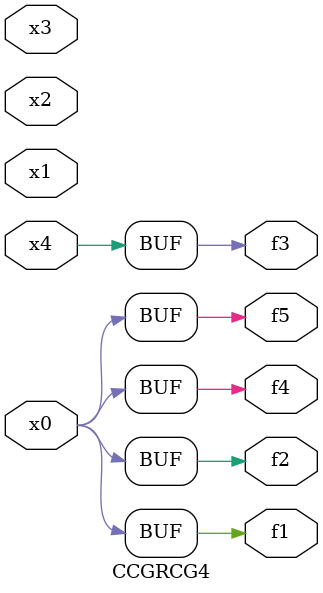
<source format=v>
module CCGRCG4(
	input x0, x1, x2, x3, x4,
	output f1, f2, f3, f4, f5
);
	assign f1 = x0;
	assign f2 = x0;
	assign f3 = x4;
	assign f4 = x0;
	assign f5 = x0;
endmodule

</source>
